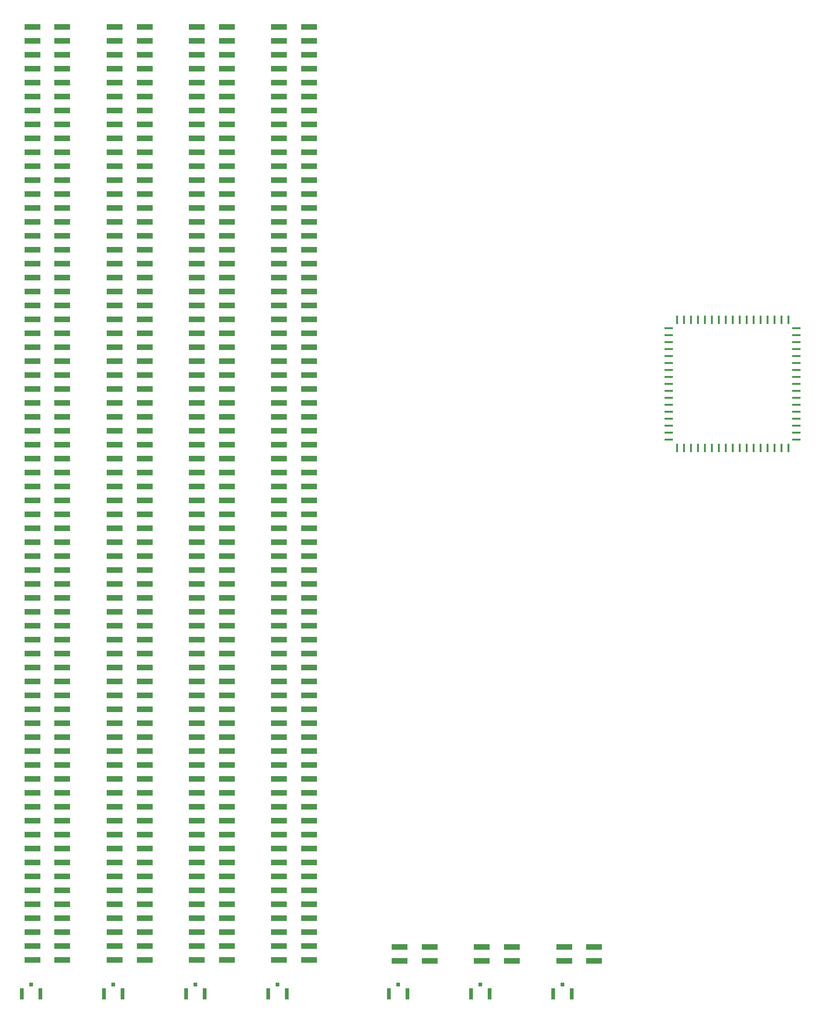
<source format=gbr>
G04 #@! TF.FileFunction,Paste,Top*
%FSLAX46Y46*%
G04 Gerber Fmt 4.6, Leading zero omitted, Abs format (unit mm)*
G04 Created by KiCad (PCBNEW 4.0.5) date Thursday, May 11, 2017 'PMt' 05:16:29 PM*
%MOMM*%
%LPD*%
G01*
G04 APERTURE LIST*
%ADD10C,0.100000*%
%ADD11R,0.800000X2.100000*%
%ADD12R,0.750000X0.800000*%
%ADD13R,2.980000X1.070000*%
%ADD14R,1.510000X0.300000*%
%ADD15R,0.300000X1.510000*%
G04 APERTURE END LIST*
D10*
D11*
X115315000Y-211250000D03*
X118685000Y-211250000D03*
D12*
X117000000Y-209520000D03*
D11*
X100315000Y-211250000D03*
X103685000Y-211250000D03*
D12*
X102000000Y-209520000D03*
D11*
X85315000Y-211250000D03*
X88685000Y-211250000D03*
D12*
X87000000Y-209520000D03*
D11*
X70315000Y-211250000D03*
X73685000Y-211250000D03*
D12*
X72000000Y-209520000D03*
D11*
X137315000Y-211250000D03*
X140685000Y-211250000D03*
D12*
X139000000Y-209520000D03*
D13*
X139270000Y-205270000D03*
X139270000Y-202730000D03*
X144730000Y-205270000D03*
X144730000Y-202730000D03*
D11*
X167315000Y-211250000D03*
X170685000Y-211250000D03*
D12*
X169000000Y-209520000D03*
D13*
X169270000Y-205270000D03*
X169270000Y-202730000D03*
X174730000Y-205270000D03*
X174730000Y-202730000D03*
D11*
X152315000Y-211250000D03*
X155685000Y-211250000D03*
D12*
X154000000Y-209520000D03*
D13*
X154270000Y-205270000D03*
X154270000Y-202730000D03*
X159730000Y-205270000D03*
X159730000Y-202730000D03*
X117270000Y-205090000D03*
X117270000Y-202550000D03*
X117270000Y-200010000D03*
X117270000Y-197470000D03*
X117270000Y-194930000D03*
X117270000Y-192390000D03*
X117270000Y-189850000D03*
X117270000Y-187310000D03*
X117270000Y-184770000D03*
X117270000Y-182230000D03*
X117270000Y-179690000D03*
X117270000Y-177150000D03*
X117270000Y-174610000D03*
X117270000Y-172070000D03*
X117270000Y-169530000D03*
X117270000Y-166990000D03*
X117270000Y-164450000D03*
X117270000Y-161910000D03*
X117270000Y-159370000D03*
X117270000Y-156830000D03*
X117270000Y-154290000D03*
X117270000Y-151750000D03*
X117270000Y-149210000D03*
X117270000Y-146670000D03*
X117270000Y-144130000D03*
X117270000Y-141590000D03*
X117270000Y-139050000D03*
X117270000Y-136510000D03*
X117270000Y-133970000D03*
X117270000Y-131430000D03*
X117270000Y-128890000D03*
X117270000Y-126350000D03*
X117270000Y-123810000D03*
X117270000Y-121270000D03*
X117270000Y-118730000D03*
X117270000Y-116190000D03*
X117270000Y-113650000D03*
X117270000Y-111110000D03*
X117270000Y-108570000D03*
X117270000Y-106030000D03*
X117270000Y-103490000D03*
X117270000Y-100950000D03*
X117270000Y-98410000D03*
X117270000Y-95870000D03*
X117270000Y-93330000D03*
X117270000Y-90790000D03*
X117270000Y-88250000D03*
X117270000Y-85710000D03*
X117270000Y-83170000D03*
X117270000Y-80630000D03*
X117270000Y-78090000D03*
X117270000Y-75550000D03*
X117270000Y-73010000D03*
X117270000Y-70470000D03*
X117270000Y-67930000D03*
X117270000Y-65390000D03*
X117270000Y-62850000D03*
X117270000Y-60310000D03*
X117270000Y-57770000D03*
X117270000Y-55230000D03*
X117270000Y-52690000D03*
X117270000Y-50150000D03*
X117270000Y-47610000D03*
X117270000Y-45070000D03*
X117270000Y-42530000D03*
X117270000Y-39990000D03*
X117270000Y-37450000D03*
X117270000Y-34910000D03*
X122730000Y-205090000D03*
X122730000Y-202550000D03*
X122730000Y-200010000D03*
X122730000Y-197470000D03*
X122730000Y-194930000D03*
X122730000Y-192390000D03*
X122730000Y-189850000D03*
X122730000Y-187310000D03*
X122730000Y-184770000D03*
X122730000Y-182230000D03*
X122730000Y-179690000D03*
X122730000Y-177150000D03*
X122730000Y-174610000D03*
X122730000Y-172070000D03*
X122730000Y-169530000D03*
X122730000Y-166990000D03*
X122730000Y-164450000D03*
X122730000Y-161910000D03*
X122730000Y-159370000D03*
X122730000Y-156830000D03*
X122730000Y-154290000D03*
X122730000Y-151750000D03*
X122730000Y-149210000D03*
X122730000Y-146670000D03*
X122730000Y-144130000D03*
X122730000Y-141590000D03*
X122730000Y-139050000D03*
X122730000Y-136510000D03*
X122730000Y-133970000D03*
X122730000Y-131430000D03*
X122730000Y-128890000D03*
X122730000Y-126350000D03*
X122730000Y-123810000D03*
X122730000Y-121270000D03*
X122730000Y-118730000D03*
X122730000Y-116190000D03*
X122730000Y-113650000D03*
X122730000Y-111110000D03*
X122730000Y-108570000D03*
X122730000Y-106030000D03*
X122730000Y-103490000D03*
X122730000Y-100950000D03*
X122730000Y-98410000D03*
X122730000Y-95870000D03*
X122730000Y-93330000D03*
X122730000Y-90790000D03*
X122730000Y-88250000D03*
X122730000Y-85710000D03*
X122730000Y-83170000D03*
X122730000Y-80630000D03*
X122730000Y-78090000D03*
X122730000Y-75550000D03*
X122730000Y-73010000D03*
X122730000Y-70470000D03*
X122730000Y-67930000D03*
X122730000Y-65390000D03*
X122730000Y-62850000D03*
X122730000Y-60310000D03*
X122730000Y-57770000D03*
X122730000Y-55230000D03*
X122730000Y-52690000D03*
X122730000Y-50150000D03*
X122730000Y-47610000D03*
X122730000Y-45070000D03*
X122730000Y-42530000D03*
X122730000Y-39990000D03*
X122730000Y-37450000D03*
X122730000Y-34910000D03*
X102270000Y-205090000D03*
X102270000Y-202550000D03*
X102270000Y-200010000D03*
X102270000Y-197470000D03*
X102270000Y-194930000D03*
X102270000Y-192390000D03*
X102270000Y-189850000D03*
X102270000Y-187310000D03*
X102270000Y-184770000D03*
X102270000Y-182230000D03*
X102270000Y-179690000D03*
X102270000Y-177150000D03*
X102270000Y-174610000D03*
X102270000Y-172070000D03*
X102270000Y-169530000D03*
X102270000Y-166990000D03*
X102270000Y-164450000D03*
X102270000Y-161910000D03*
X102270000Y-159370000D03*
X102270000Y-156830000D03*
X102270000Y-154290000D03*
X102270000Y-151750000D03*
X102270000Y-149210000D03*
X102270000Y-146670000D03*
X102270000Y-144130000D03*
X102270000Y-141590000D03*
X102270000Y-139050000D03*
X102270000Y-136510000D03*
X102270000Y-133970000D03*
X102270000Y-131430000D03*
X102270000Y-128890000D03*
X102270000Y-126350000D03*
X102270000Y-123810000D03*
X102270000Y-121270000D03*
X102270000Y-118730000D03*
X102270000Y-116190000D03*
X102270000Y-113650000D03*
X102270000Y-111110000D03*
X102270000Y-108570000D03*
X102270000Y-106030000D03*
X102270000Y-103490000D03*
X102270000Y-100950000D03*
X102270000Y-98410000D03*
X102270000Y-95870000D03*
X102270000Y-93330000D03*
X102270000Y-90790000D03*
X102270000Y-88250000D03*
X102270000Y-85710000D03*
X102270000Y-83170000D03*
X102270000Y-80630000D03*
X102270000Y-78090000D03*
X102270000Y-75550000D03*
X102270000Y-73010000D03*
X102270000Y-70470000D03*
X102270000Y-67930000D03*
X102270000Y-65390000D03*
X102270000Y-62850000D03*
X102270000Y-60310000D03*
X102270000Y-57770000D03*
X102270000Y-55230000D03*
X102270000Y-52690000D03*
X102270000Y-50150000D03*
X102270000Y-47610000D03*
X102270000Y-45070000D03*
X102270000Y-42530000D03*
X102270000Y-39990000D03*
X102270000Y-37450000D03*
X102270000Y-34910000D03*
X107730000Y-205090000D03*
X107730000Y-202550000D03*
X107730000Y-200010000D03*
X107730000Y-197470000D03*
X107730000Y-194930000D03*
X107730000Y-192390000D03*
X107730000Y-189850000D03*
X107730000Y-187310000D03*
X107730000Y-184770000D03*
X107730000Y-182230000D03*
X107730000Y-179690000D03*
X107730000Y-177150000D03*
X107730000Y-174610000D03*
X107730000Y-172070000D03*
X107730000Y-169530000D03*
X107730000Y-166990000D03*
X107730000Y-164450000D03*
X107730000Y-161910000D03*
X107730000Y-159370000D03*
X107730000Y-156830000D03*
X107730000Y-154290000D03*
X107730000Y-151750000D03*
X107730000Y-149210000D03*
X107730000Y-146670000D03*
X107730000Y-144130000D03*
X107730000Y-141590000D03*
X107730000Y-139050000D03*
X107730000Y-136510000D03*
X107730000Y-133970000D03*
X107730000Y-131430000D03*
X107730000Y-128890000D03*
X107730000Y-126350000D03*
X107730000Y-123810000D03*
X107730000Y-121270000D03*
X107730000Y-118730000D03*
X107730000Y-116190000D03*
X107730000Y-113650000D03*
X107730000Y-111110000D03*
X107730000Y-108570000D03*
X107730000Y-106030000D03*
X107730000Y-103490000D03*
X107730000Y-100950000D03*
X107730000Y-98410000D03*
X107730000Y-95870000D03*
X107730000Y-93330000D03*
X107730000Y-90790000D03*
X107730000Y-88250000D03*
X107730000Y-85710000D03*
X107730000Y-83170000D03*
X107730000Y-80630000D03*
X107730000Y-78090000D03*
X107730000Y-75550000D03*
X107730000Y-73010000D03*
X107730000Y-70470000D03*
X107730000Y-67930000D03*
X107730000Y-65390000D03*
X107730000Y-62850000D03*
X107730000Y-60310000D03*
X107730000Y-57770000D03*
X107730000Y-55230000D03*
X107730000Y-52690000D03*
X107730000Y-50150000D03*
X107730000Y-47610000D03*
X107730000Y-45070000D03*
X107730000Y-42530000D03*
X107730000Y-39990000D03*
X107730000Y-37450000D03*
X107730000Y-34910000D03*
X87270000Y-205090000D03*
X87270000Y-202550000D03*
X87270000Y-200010000D03*
X87270000Y-197470000D03*
X87270000Y-194930000D03*
X87270000Y-192390000D03*
X87270000Y-189850000D03*
X87270000Y-187310000D03*
X87270000Y-184770000D03*
X87270000Y-182230000D03*
X87270000Y-179690000D03*
X87270000Y-177150000D03*
X87270000Y-174610000D03*
X87270000Y-172070000D03*
X87270000Y-169530000D03*
X87270000Y-166990000D03*
X87270000Y-164450000D03*
X87270000Y-161910000D03*
X87270000Y-159370000D03*
X87270000Y-156830000D03*
X87270000Y-154290000D03*
X87270000Y-151750000D03*
X87270000Y-149210000D03*
X87270000Y-146670000D03*
X87270000Y-144130000D03*
X87270000Y-141590000D03*
X87270000Y-139050000D03*
X87270000Y-136510000D03*
X87270000Y-133970000D03*
X87270000Y-131430000D03*
X87270000Y-128890000D03*
X87270000Y-126350000D03*
X87270000Y-123810000D03*
X87270000Y-121270000D03*
X87270000Y-118730000D03*
X87270000Y-116190000D03*
X87270000Y-113650000D03*
X87270000Y-111110000D03*
X87270000Y-108570000D03*
X87270000Y-106030000D03*
X87270000Y-103490000D03*
X87270000Y-100950000D03*
X87270000Y-98410000D03*
X87270000Y-95870000D03*
X87270000Y-93330000D03*
X87270000Y-90790000D03*
X87270000Y-88250000D03*
X87270000Y-85710000D03*
X87270000Y-83170000D03*
X87270000Y-80630000D03*
X87270000Y-78090000D03*
X87270000Y-75550000D03*
X87270000Y-73010000D03*
X87270000Y-70470000D03*
X87270000Y-67930000D03*
X87270000Y-65390000D03*
X87270000Y-62850000D03*
X87270000Y-60310000D03*
X87270000Y-57770000D03*
X87270000Y-55230000D03*
X87270000Y-52690000D03*
X87270000Y-50150000D03*
X87270000Y-47610000D03*
X87270000Y-45070000D03*
X87270000Y-42530000D03*
X87270000Y-39990000D03*
X87270000Y-37450000D03*
X87270000Y-34910000D03*
X92730000Y-205090000D03*
X92730000Y-202550000D03*
X92730000Y-200010000D03*
X92730000Y-197470000D03*
X92730000Y-194930000D03*
X92730000Y-192390000D03*
X92730000Y-189850000D03*
X92730000Y-187310000D03*
X92730000Y-184770000D03*
X92730000Y-182230000D03*
X92730000Y-179690000D03*
X92730000Y-177150000D03*
X92730000Y-174610000D03*
X92730000Y-172070000D03*
X92730000Y-169530000D03*
X92730000Y-166990000D03*
X92730000Y-164450000D03*
X92730000Y-161910000D03*
X92730000Y-159370000D03*
X92730000Y-156830000D03*
X92730000Y-154290000D03*
X92730000Y-151750000D03*
X92730000Y-149210000D03*
X92730000Y-146670000D03*
X92730000Y-144130000D03*
X92730000Y-141590000D03*
X92730000Y-139050000D03*
X92730000Y-136510000D03*
X92730000Y-133970000D03*
X92730000Y-131430000D03*
X92730000Y-128890000D03*
X92730000Y-126350000D03*
X92730000Y-123810000D03*
X92730000Y-121270000D03*
X92730000Y-118730000D03*
X92730000Y-116190000D03*
X92730000Y-113650000D03*
X92730000Y-111110000D03*
X92730000Y-108570000D03*
X92730000Y-106030000D03*
X92730000Y-103490000D03*
X92730000Y-100950000D03*
X92730000Y-98410000D03*
X92730000Y-95870000D03*
X92730000Y-93330000D03*
X92730000Y-90790000D03*
X92730000Y-88250000D03*
X92730000Y-85710000D03*
X92730000Y-83170000D03*
X92730000Y-80630000D03*
X92730000Y-78090000D03*
X92730000Y-75550000D03*
X92730000Y-73010000D03*
X92730000Y-70470000D03*
X92730000Y-67930000D03*
X92730000Y-65390000D03*
X92730000Y-62850000D03*
X92730000Y-60310000D03*
X92730000Y-57770000D03*
X92730000Y-55230000D03*
X92730000Y-52690000D03*
X92730000Y-50150000D03*
X92730000Y-47610000D03*
X92730000Y-45070000D03*
X92730000Y-42530000D03*
X92730000Y-39990000D03*
X92730000Y-37450000D03*
X92730000Y-34910000D03*
X72270000Y-205090000D03*
X72270000Y-202550000D03*
X72270000Y-200010000D03*
X72270000Y-197470000D03*
X72270000Y-194930000D03*
X72270000Y-192390000D03*
X72270000Y-189850000D03*
X72270000Y-187310000D03*
X72270000Y-184770000D03*
X72270000Y-182230000D03*
X72270000Y-179690000D03*
X72270000Y-177150000D03*
X72270000Y-174610000D03*
X72270000Y-172070000D03*
X72270000Y-169530000D03*
X72270000Y-166990000D03*
X72270000Y-164450000D03*
X72270000Y-161910000D03*
X72270000Y-159370000D03*
X72270000Y-156830000D03*
X72270000Y-154290000D03*
X72270000Y-151750000D03*
X72270000Y-149210000D03*
X72270000Y-146670000D03*
X72270000Y-144130000D03*
X72270000Y-141590000D03*
X72270000Y-139050000D03*
X72270000Y-136510000D03*
X72270000Y-133970000D03*
X72270000Y-131430000D03*
X72270000Y-128890000D03*
X72270000Y-126350000D03*
X72270000Y-123810000D03*
X72270000Y-121270000D03*
X72270000Y-118730000D03*
X72270000Y-116190000D03*
X72270000Y-113650000D03*
X72270000Y-111110000D03*
X72270000Y-108570000D03*
X72270000Y-106030000D03*
X72270000Y-103490000D03*
X72270000Y-100950000D03*
X72270000Y-98410000D03*
X72270000Y-95870000D03*
X72270000Y-93330000D03*
X72270000Y-90790000D03*
X72270000Y-88250000D03*
X72270000Y-85710000D03*
X72270000Y-83170000D03*
X72270000Y-80630000D03*
X72270000Y-78090000D03*
X72270000Y-75550000D03*
X72270000Y-73010000D03*
X72270000Y-70470000D03*
X72270000Y-67930000D03*
X72270000Y-65390000D03*
X72270000Y-62850000D03*
X72270000Y-60310000D03*
X72270000Y-57770000D03*
X72270000Y-55230000D03*
X72270000Y-52690000D03*
X72270000Y-50150000D03*
X72270000Y-47610000D03*
X72270000Y-45070000D03*
X72270000Y-42530000D03*
X72270000Y-39990000D03*
X72270000Y-37450000D03*
X72270000Y-34910000D03*
X77730000Y-205090000D03*
X77730000Y-202550000D03*
X77730000Y-200010000D03*
X77730000Y-197470000D03*
X77730000Y-194930000D03*
X77730000Y-192390000D03*
X77730000Y-189850000D03*
X77730000Y-187310000D03*
X77730000Y-184770000D03*
X77730000Y-182230000D03*
X77730000Y-179690000D03*
X77730000Y-177150000D03*
X77730000Y-174610000D03*
X77730000Y-172070000D03*
X77730000Y-169530000D03*
X77730000Y-166990000D03*
X77730000Y-164450000D03*
X77730000Y-161910000D03*
X77730000Y-159370000D03*
X77730000Y-156830000D03*
X77730000Y-154290000D03*
X77730000Y-151750000D03*
X77730000Y-149210000D03*
X77730000Y-146670000D03*
X77730000Y-144130000D03*
X77730000Y-141590000D03*
X77730000Y-139050000D03*
X77730000Y-136510000D03*
X77730000Y-133970000D03*
X77730000Y-131430000D03*
X77730000Y-128890000D03*
X77730000Y-126350000D03*
X77730000Y-123810000D03*
X77730000Y-121270000D03*
X77730000Y-118730000D03*
X77730000Y-116190000D03*
X77730000Y-113650000D03*
X77730000Y-111110000D03*
X77730000Y-108570000D03*
X77730000Y-106030000D03*
X77730000Y-103490000D03*
X77730000Y-100950000D03*
X77730000Y-98410000D03*
X77730000Y-95870000D03*
X77730000Y-93330000D03*
X77730000Y-90790000D03*
X77730000Y-88250000D03*
X77730000Y-85710000D03*
X77730000Y-83170000D03*
X77730000Y-80630000D03*
X77730000Y-78090000D03*
X77730000Y-75550000D03*
X77730000Y-73010000D03*
X77730000Y-70470000D03*
X77730000Y-67930000D03*
X77730000Y-65390000D03*
X77730000Y-62850000D03*
X77730000Y-60310000D03*
X77730000Y-57770000D03*
X77730000Y-55230000D03*
X77730000Y-52690000D03*
X77730000Y-50150000D03*
X77730000Y-47610000D03*
X77730000Y-45070000D03*
X77730000Y-42530000D03*
X77730000Y-39990000D03*
X77730000Y-37450000D03*
X77730000Y-34910000D03*
D14*
X188320000Y-89840000D03*
X188320000Y-91110000D03*
X188320000Y-92380000D03*
X188320000Y-93650000D03*
X188320000Y-94920000D03*
X188320000Y-96190000D03*
X188320000Y-97460000D03*
X188320000Y-98730000D03*
X188320000Y-100000000D03*
X188320000Y-101270000D03*
X188320000Y-102540000D03*
X188320000Y-103810000D03*
X188320000Y-105080000D03*
X188320000Y-106350000D03*
X188320000Y-107620000D03*
X188320000Y-108890000D03*
X188320000Y-110160000D03*
D15*
X189840000Y-111680000D03*
D14*
X211680000Y-91110000D03*
X211680000Y-92380000D03*
X211680000Y-93650000D03*
X211680000Y-94920000D03*
X211680000Y-96190000D03*
X211680000Y-97460000D03*
X211680000Y-98730000D03*
X211680000Y-100000000D03*
X211680000Y-101270000D03*
X211680000Y-102540000D03*
X211680000Y-103810000D03*
X211680000Y-105080000D03*
X211680000Y-106350000D03*
X211680000Y-107620000D03*
X211680000Y-108890000D03*
X211680000Y-110160000D03*
D15*
X189840000Y-88320000D03*
X191110000Y-88320000D03*
X192380000Y-88320000D03*
X193650000Y-88320000D03*
X194920000Y-88320000D03*
X196190000Y-88320000D03*
X197460000Y-88320000D03*
X198730000Y-88320000D03*
X200000000Y-88320000D03*
X201270000Y-88320000D03*
X202540000Y-88320000D03*
X203810000Y-88320000D03*
X205080000Y-88320000D03*
X206350000Y-88320000D03*
X207620000Y-88320000D03*
X208890000Y-88320000D03*
X210160000Y-88320000D03*
X191110000Y-111680000D03*
X192380000Y-111680000D03*
X193650000Y-111680000D03*
X194920000Y-111680000D03*
X196190000Y-111680000D03*
X197460000Y-111680000D03*
X198730000Y-111680000D03*
X200000000Y-111680000D03*
X201270000Y-111680000D03*
X202540000Y-111680000D03*
X203810000Y-111680000D03*
X205080000Y-111680000D03*
X206350000Y-111680000D03*
X207620000Y-111680000D03*
X208890000Y-111680000D03*
X210160000Y-111680000D03*
D14*
X211680000Y-89840000D03*
M02*

</source>
